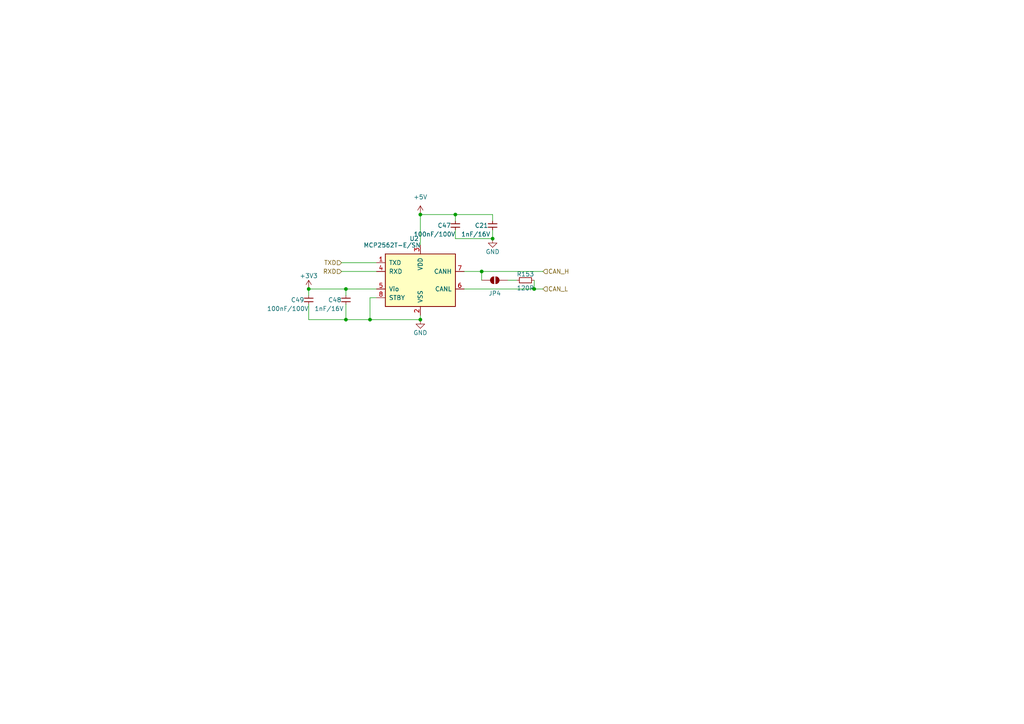
<source format=kicad_sch>
(kicad_sch
	(version 20231120)
	(generator "eeschema")
	(generator_version "8.0")
	(uuid "54d99f00-ccf1-47ca-82dc-6abcb3aa298d")
	(paper "A4")
	(title_block
		(date "2023-10-19")
		(rev "V0.1")
		(company "teTra")
	)
	(lib_symbols
		(symbol "Library:+3.3V-power-BMS-Master-rescue"
			(power)
			(pin_names
				(offset 0)
			)
			(exclude_from_sim no)
			(in_bom yes)
			(on_board yes)
			(property "Reference" "#PWR"
				(at 0 -3.81 0)
				(effects
					(font
						(size 1.27 1.27)
					)
					(hide yes)
				)
			)
			(property "Value" "+3.3V-power-BMS-Master-rescue"
				(at 0 3.556 0)
				(effects
					(font
						(size 1.27 1.27)
					)
				)
			)
			(property "Footprint" ""
				(at 0 0 0)
				(effects
					(font
						(size 1.27 1.27)
					)
					(hide yes)
				)
			)
			(property "Datasheet" ""
				(at 0 0 0)
				(effects
					(font
						(size 1.27 1.27)
					)
					(hide yes)
				)
			)
			(property "Description" ""
				(at 0 0 0)
				(effects
					(font
						(size 1.27 1.27)
					)
					(hide yes)
				)
			)
			(symbol "+3.3V-power-BMS-Master-rescue_0_1"
				(polyline
					(pts
						(xy -0.762 1.27) (xy 0 2.54)
					)
					(stroke
						(width 0)
						(type solid)
					)
					(fill
						(type none)
					)
				)
				(polyline
					(pts
						(xy 0 0) (xy 0 2.54)
					)
					(stroke
						(width 0)
						(type solid)
					)
					(fill
						(type none)
					)
				)
				(polyline
					(pts
						(xy 0 2.54) (xy 0.762 1.27)
					)
					(stroke
						(width 0)
						(type solid)
					)
					(fill
						(type none)
					)
				)
			)
			(symbol "+3.3V-power-BMS-Master-rescue_1_1"
				(pin power_in line
					(at 0 0 90)
					(length 0) hide
					(name "+3V3"
						(effects
							(font
								(size 1.27 1.27)
							)
						)
					)
					(number "1"
						(effects
							(font
								(size 1.27 1.27)
							)
						)
					)
				)
			)
		)
		(symbol "Library:+5V"
			(power)
			(pin_names
				(offset 0)
			)
			(exclude_from_sim no)
			(in_bom yes)
			(on_board yes)
			(property "Reference" "#PWR"
				(at 0 -3.81 0)
				(effects
					(font
						(size 1.27 1.27)
					)
					(hide yes)
				)
			)
			(property "Value" "+5V"
				(at 0 3.556 0)
				(effects
					(font
						(size 1.27 1.27)
					)
				)
			)
			(property "Footprint" ""
				(at 0 0 0)
				(effects
					(font
						(size 1.27 1.27)
					)
					(hide yes)
				)
			)
			(property "Datasheet" ""
				(at 0 0 0)
				(effects
					(font
						(size 1.27 1.27)
					)
					(hide yes)
				)
			)
			(property "Description" "Power symbol creates a global label with name \"+5V\""
				(at 0 0 0)
				(effects
					(font
						(size 1.27 1.27)
					)
					(hide yes)
				)
			)
			(property "ki_keywords" "global power"
				(at 0 0 0)
				(effects
					(font
						(size 1.27 1.27)
					)
					(hide yes)
				)
			)
			(symbol "+5V_0_1"
				(polyline
					(pts
						(xy -0.762 1.27) (xy 0 2.54)
					)
					(stroke
						(width 0)
						(type default)
					)
					(fill
						(type none)
					)
				)
				(polyline
					(pts
						(xy 0 0) (xy 0 2.54)
					)
					(stroke
						(width 0)
						(type default)
					)
					(fill
						(type none)
					)
				)
				(polyline
					(pts
						(xy 0 2.54) (xy 0.762 1.27)
					)
					(stroke
						(width 0)
						(type default)
					)
					(fill
						(type none)
					)
				)
			)
			(symbol "+5V_1_1"
				(pin power_in line
					(at 0 0 90)
					(length 0) hide
					(name "+5V"
						(effects
							(font
								(size 1.27 1.27)
							)
						)
					)
					(number "1"
						(effects
							(font
								(size 1.27 1.27)
							)
						)
					)
				)
			)
		)
		(symbol "Library:C"
			(pin_numbers hide)
			(pin_names
				(offset 0.254)
			)
			(exclude_from_sim no)
			(in_bom yes)
			(on_board yes)
			(property "Reference" "C"
				(at 0.635 2.54 0)
				(effects
					(font
						(size 1.27 1.27)
					)
					(justify left)
				)
			)
			(property "Value" "C"
				(at 0.635 -2.54 0)
				(effects
					(font
						(size 1.27 1.27)
					)
					(justify left)
				)
			)
			(property "Footprint" ""
				(at 0.9652 -3.81 0)
				(effects
					(font
						(size 1.27 1.27)
					)
					(hide yes)
				)
			)
			(property "Datasheet" "~"
				(at 0 0 0)
				(effects
					(font
						(size 1.27 1.27)
					)
					(hide yes)
				)
			)
			(property "Description" "Unpolarized capacitor"
				(at 0 0 0)
				(effects
					(font
						(size 1.27 1.27)
					)
					(hide yes)
				)
			)
			(property "ki_keywords" "cap capacitor"
				(at 0 0 0)
				(effects
					(font
						(size 1.27 1.27)
					)
					(hide yes)
				)
			)
			(property "ki_fp_filters" "C_*"
				(at 0 0 0)
				(effects
					(font
						(size 1.27 1.27)
					)
					(hide yes)
				)
			)
			(symbol "C_1_1"
				(polyline
					(pts
						(xy -1.27 -0.508) (xy 1.27 -0.508)
					)
					(stroke
						(width 0.254)
						(type default)
					)
					(fill
						(type none)
					)
				)
				(polyline
					(pts
						(xy -1.27 0.508) (xy 1.27 0.508)
					)
					(stroke
						(width 0.254)
						(type default)
					)
					(fill
						(type none)
					)
				)
				(pin passive line
					(at 0 1.27 270)
					(length 0.762)
					(name "~"
						(effects
							(font
								(size 1.27 1.27)
							)
						)
					)
					(number "1"
						(effects
							(font
								(size 1.27 1.27)
							)
						)
					)
				)
				(pin passive line
					(at 0 -1.27 90)
					(length 0.762)
					(name "~"
						(effects
							(font
								(size 1.27 1.27)
							)
						)
					)
					(number "2"
						(effects
							(font
								(size 1.27 1.27)
							)
						)
					)
				)
			)
		)
		(symbol "Library:GND"
			(power)
			(pin_names
				(offset 0)
			)
			(exclude_from_sim no)
			(in_bom yes)
			(on_board yes)
			(property "Reference" "#PWR"
				(at 0 -6.35 0)
				(effects
					(font
						(size 1.27 1.27)
					)
					(hide yes)
				)
			)
			(property "Value" "GND"
				(at 0 -3.81 0)
				(effects
					(font
						(size 1.27 1.27)
					)
				)
			)
			(property "Footprint" ""
				(at 0 0 0)
				(effects
					(font
						(size 1.27 1.27)
					)
					(hide yes)
				)
			)
			(property "Datasheet" ""
				(at 0 0 0)
				(effects
					(font
						(size 1.27 1.27)
					)
					(hide yes)
				)
			)
			(property "Description" "Power symbol creates a global label with name \"GND\" , ground"
				(at 0 0 0)
				(effects
					(font
						(size 1.27 1.27)
					)
					(hide yes)
				)
			)
			(property "ki_keywords" "global power"
				(at 0 0 0)
				(effects
					(font
						(size 1.27 1.27)
					)
					(hide yes)
				)
			)
			(symbol "GND_0_1"
				(polyline
					(pts
						(xy 0 0) (xy 0 -1.27) (xy 1.27 -1.27) (xy 0 -2.54) (xy -1.27 -1.27) (xy 0 -1.27)
					)
					(stroke
						(width 0)
						(type default)
					)
					(fill
						(type none)
					)
				)
			)
			(symbol "GND_1_1"
				(pin power_in line
					(at 0 0 270)
					(length 0) hide
					(name "GND"
						(effects
							(font
								(size 1.27 1.27)
							)
						)
					)
					(number "1"
						(effects
							(font
								(size 1.27 1.27)
							)
						)
					)
				)
			)
		)
		(symbol "Library:MCP2562-E-SN"
			(pin_names
				(offset 1.016)
			)
			(exclude_from_sim no)
			(in_bom yes)
			(on_board yes)
			(property "Reference" "U"
				(at -10.16 8.89 0)
				(effects
					(font
						(size 1.27 1.27)
					)
					(justify left)
				)
			)
			(property "Value" "MCP2562-E-SN"
				(at 2.54 8.89 0)
				(effects
					(font
						(size 1.27 1.27)
					)
					(justify left)
				)
			)
			(property "Footprint" "Package_SO:SOIC-8_3.9x4.9mm_P1.27mm"
				(at 0 -12.7 0)
				(effects
					(font
						(size 1.27 1.27)
						(italic yes)
					)
					(hide yes)
				)
			)
			(property "Datasheet" "http://ww1.microchip.com/downloads/en/DeviceDoc/25167A.pdf"
				(at 0 0 0)
				(effects
					(font
						(size 1.27 1.27)
					)
					(hide yes)
				)
			)
			(property "Description" "High-Speed CAN Transceiver, 1Mbps, 5V supply, Vio pin, -40C to +125C, SOIC-8"
				(at 0 0 0)
				(effects
					(font
						(size 1.27 1.27)
					)
					(hide yes)
				)
			)
			(property "ki_keywords" "High-Speed CAN Transceiver"
				(at 0 0 0)
				(effects
					(font
						(size 1.27 1.27)
					)
					(hide yes)
				)
			)
			(property "ki_fp_filters" "SOIC*3.9x4.9mm*P1.27mm*"
				(at 0 0 0)
				(effects
					(font
						(size 1.27 1.27)
					)
					(hide yes)
				)
			)
			(symbol "MCP2562-E-SN_0_1"
				(rectangle
					(start -10.16 7.62)
					(end 10.16 -7.62)
					(stroke
						(width 0.254)
						(type default)
					)
					(fill
						(type background)
					)
				)
			)
			(symbol "MCP2562-E-SN_1_1"
				(pin input line
					(at -12.7 5.08 0)
					(length 2.54)
					(name "TXD"
						(effects
							(font
								(size 1.27 1.27)
							)
						)
					)
					(number "1"
						(effects
							(font
								(size 1.27 1.27)
							)
						)
					)
				)
				(pin power_in line
					(at 0 -10.16 90)
					(length 2.54)
					(name "VSS"
						(effects
							(font
								(size 1.27 1.27)
							)
						)
					)
					(number "2"
						(effects
							(font
								(size 1.27 1.27)
							)
						)
					)
				)
				(pin power_in line
					(at 0 10.16 270)
					(length 2.54)
					(name "VDD"
						(effects
							(font
								(size 1.27 1.27)
							)
						)
					)
					(number "3"
						(effects
							(font
								(size 1.27 1.27)
							)
						)
					)
				)
				(pin output line
					(at -12.7 2.54 0)
					(length 2.54)
					(name "RXD"
						(effects
							(font
								(size 1.27 1.27)
							)
						)
					)
					(number "4"
						(effects
							(font
								(size 1.27 1.27)
							)
						)
					)
				)
				(pin power_in line
					(at -12.7 -2.54 0)
					(length 2.54)
					(name "Vio"
						(effects
							(font
								(size 1.27 1.27)
							)
						)
					)
					(number "5"
						(effects
							(font
								(size 1.27 1.27)
							)
						)
					)
				)
				(pin bidirectional line
					(at 12.7 -2.54 180)
					(length 2.54)
					(name "CANL"
						(effects
							(font
								(size 1.27 1.27)
							)
						)
					)
					(number "6"
						(effects
							(font
								(size 1.27 1.27)
							)
						)
					)
				)
				(pin bidirectional line
					(at 12.7 2.54 180)
					(length 2.54)
					(name "CANH"
						(effects
							(font
								(size 1.27 1.27)
							)
						)
					)
					(number "7"
						(effects
							(font
								(size 1.27 1.27)
							)
						)
					)
				)
				(pin input line
					(at -12.7 -5.08 0)
					(length 2.54)
					(name "STBY"
						(effects
							(font
								(size 1.27 1.27)
							)
						)
					)
					(number "8"
						(effects
							(font
								(size 1.27 1.27)
							)
						)
					)
				)
			)
		)
		(symbol "Library:R_Small"
			(pin_numbers hide)
			(pin_names
				(offset 0.254) hide)
			(exclude_from_sim no)
			(in_bom yes)
			(on_board yes)
			(property "Reference" "R"
				(at 0.762 0.508 0)
				(effects
					(font
						(size 1.27 1.27)
					)
					(justify left)
				)
			)
			(property "Value" "R_Small"
				(at 0.762 -1.016 0)
				(effects
					(font
						(size 1.27 1.27)
					)
					(justify left)
				)
			)
			(property "Footprint" ""
				(at 0 0 0)
				(effects
					(font
						(size 1.27 1.27)
					)
					(hide yes)
				)
			)
			(property "Datasheet" "~"
				(at 0 0 0)
				(effects
					(font
						(size 1.27 1.27)
					)
					(hide yes)
				)
			)
			(property "Description" "Resistor, small symbol"
				(at 0 0 0)
				(effects
					(font
						(size 1.27 1.27)
					)
					(hide yes)
				)
			)
			(property "ki_keywords" "R resistor"
				(at 0 0 0)
				(effects
					(font
						(size 1.27 1.27)
					)
					(hide yes)
				)
			)
			(property "ki_fp_filters" "R_*"
				(at 0 0 0)
				(effects
					(font
						(size 1.27 1.27)
					)
					(hide yes)
				)
			)
			(symbol "R_Small_0_1"
				(rectangle
					(start -0.762 1.778)
					(end 0.762 -1.778)
					(stroke
						(width 0.2032)
						(type default)
					)
					(fill
						(type none)
					)
				)
			)
			(symbol "R_Small_1_1"
				(pin passive line
					(at 0 2.54 270)
					(length 0.762)
					(name "~"
						(effects
							(font
								(size 1.27 1.27)
							)
						)
					)
					(number "1"
						(effects
							(font
								(size 1.27 1.27)
							)
						)
					)
				)
				(pin passive line
					(at 0 -2.54 90)
					(length 0.762)
					(name "~"
						(effects
							(font
								(size 1.27 1.27)
							)
						)
					)
					(number "2"
						(effects
							(font
								(size 1.27 1.27)
							)
						)
					)
				)
			)
		)
		(symbol "Library:SolderJumper_2_Open"
			(pin_numbers hide)
			(pin_names
				(offset 0) hide)
			(exclude_from_sim yes)
			(in_bom no)
			(on_board yes)
			(property "Reference" "JP"
				(at 0 2.032 0)
				(effects
					(font
						(size 1.27 1.27)
					)
				)
			)
			(property "Value" "SolderJumper_2_Open"
				(at 0 -2.54 0)
				(effects
					(font
						(size 1.27 1.27)
					)
				)
			)
			(property "Footprint" ""
				(at 0 0 0)
				(effects
					(font
						(size 1.27 1.27)
					)
					(hide yes)
				)
			)
			(property "Datasheet" "~"
				(at 0 0 0)
				(effects
					(font
						(size 1.27 1.27)
					)
					(hide yes)
				)
			)
			(property "Description" "Solder Jumper, 2-pole, open"
				(at 0 0 0)
				(effects
					(font
						(size 1.27 1.27)
					)
					(hide yes)
				)
			)
			(property "ki_keywords" "solder jumper SPST"
				(at 0 0 0)
				(effects
					(font
						(size 1.27 1.27)
					)
					(hide yes)
				)
			)
			(property "ki_fp_filters" "SolderJumper*Open*"
				(at 0 0 0)
				(effects
					(font
						(size 1.27 1.27)
					)
					(hide yes)
				)
			)
			(symbol "SolderJumper_2_Open_0_1"
				(arc
					(start -0.254 1.016)
					(mid -1.2656 0)
					(end -0.254 -1.016)
					(stroke
						(width 0)
						(type default)
					)
					(fill
						(type none)
					)
				)
				(arc
					(start -0.254 1.016)
					(mid -1.2656 0)
					(end -0.254 -1.016)
					(stroke
						(width 0)
						(type default)
					)
					(fill
						(type outline)
					)
				)
				(polyline
					(pts
						(xy -0.254 1.016) (xy -0.254 -1.016)
					)
					(stroke
						(width 0)
						(type default)
					)
					(fill
						(type none)
					)
				)
				(polyline
					(pts
						(xy 0.254 1.016) (xy 0.254 -1.016)
					)
					(stroke
						(width 0)
						(type default)
					)
					(fill
						(type none)
					)
				)
				(arc
					(start 0.254 -1.016)
					(mid 1.2656 0)
					(end 0.254 1.016)
					(stroke
						(width 0)
						(type default)
					)
					(fill
						(type none)
					)
				)
				(arc
					(start 0.254 -1.016)
					(mid 1.2656 0)
					(end 0.254 1.016)
					(stroke
						(width 0)
						(type default)
					)
					(fill
						(type outline)
					)
				)
			)
			(symbol "SolderJumper_2_Open_1_1"
				(pin passive line
					(at -3.81 0 0)
					(length 2.54)
					(name "A"
						(effects
							(font
								(size 1.27 1.27)
							)
						)
					)
					(number "1"
						(effects
							(font
								(size 1.27 1.27)
							)
						)
					)
				)
				(pin passive line
					(at 3.81 0 180)
					(length 2.54)
					(name "B"
						(effects
							(font
								(size 1.27 1.27)
							)
						)
					)
					(number "2"
						(effects
							(font
								(size 1.27 1.27)
							)
						)
					)
				)
			)
		)
	)
	(junction
		(at 121.92 62.23)
		(diameter 0)
		(color 0 0 0 0)
		(uuid "1c421020-6033-4f9b-aab8-ae1c32aeb0fe")
	)
	(junction
		(at 139.7 78.74)
		(diameter 0)
		(color 0 0 0 0)
		(uuid "1d35e5d8-7dea-4c57-be31-34163705c004")
	)
	(junction
		(at 100.33 92.71)
		(diameter 0)
		(color 0 0 0 0)
		(uuid "40e55297-1daf-49bc-b8d7-968eab10101e")
	)
	(junction
		(at 89.535 83.82)
		(diameter 0)
		(color 0 0 0 0)
		(uuid "54724f71-cc42-4606-a2eb-603512af6e80")
	)
	(junction
		(at 154.94 83.82)
		(diameter 0)
		(color 0 0 0 0)
		(uuid "5640f3f7-aa84-4f3d-9ad5-c6b1ae424e4b")
	)
	(junction
		(at 100.33 83.82)
		(diameter 0)
		(color 0 0 0 0)
		(uuid "6890b815-cc35-452a-8910-5cf8b14e86f5")
	)
	(junction
		(at 132.08 62.23)
		(diameter 0)
		(color 0 0 0 0)
		(uuid "71bfcb57-1765-46e9-bde1-b00de8b2aac8")
	)
	(junction
		(at 107.315 92.71)
		(diameter 0)
		(color 0 0 0 0)
		(uuid "94abd6c5-676d-4953-8d5a-19bc8e3313b1")
	)
	(junction
		(at 121.92 92.71)
		(diameter 0)
		(color 0 0 0 0)
		(uuid "a51358e7-15da-4f04-a6a1-756aa6f13fda")
	)
	(junction
		(at 142.875 69.215)
		(diameter 0)
		(color 0 0 0 0)
		(uuid "fc36f5b7-9974-4985-926e-1660941963fa")
	)
	(wire
		(pts
			(xy 107.315 86.36) (xy 109.22 86.36)
		)
		(stroke
			(width 0)
			(type default)
		)
		(uuid "026b7e80-1e36-45a4-8075-9a3d9c815e83")
	)
	(wire
		(pts
			(xy 139.7 78.74) (xy 157.48 78.74)
		)
		(stroke
			(width 0)
			(type default)
		)
		(uuid "082e3eca-19e8-4d05-bb5e-ab57bb6001df")
	)
	(wire
		(pts
			(xy 121.92 91.44) (xy 121.92 92.71)
		)
		(stroke
			(width 0)
			(type default)
		)
		(uuid "1a3d97fa-3ad6-4258-a6f4-9672109b51a4")
	)
	(wire
		(pts
			(xy 121.92 62.23) (xy 121.92 71.12)
		)
		(stroke
			(width 0)
			(type default)
		)
		(uuid "1ee51ec2-13fb-4fcf-9edf-76d9f7f83218")
	)
	(wire
		(pts
			(xy 142.875 69.215) (xy 132.08 69.215)
		)
		(stroke
			(width 0)
			(type default)
		)
		(uuid "2b2a7f3f-b2a2-44de-bc9a-aab47da6bd48")
	)
	(wire
		(pts
			(xy 99.06 78.74) (xy 109.22 78.74)
		)
		(stroke
			(width 0)
			(type default)
		)
		(uuid "3af54e30-7acf-4aeb-8e93-29ac7650fbad")
	)
	(wire
		(pts
			(xy 89.535 83.82) (xy 89.535 85.725)
		)
		(stroke
			(width 0)
			(type default)
		)
		(uuid "4a79fd32-df28-417d-87c8-2e1af6181a74")
	)
	(wire
		(pts
			(xy 149.86 81.28) (xy 147.32 81.28)
		)
		(stroke
			(width 0)
			(type default)
		)
		(uuid "4fac883a-25e3-47f7-8154-52bc61356bfa")
	)
	(wire
		(pts
			(xy 100.33 88.265) (xy 100.33 92.71)
		)
		(stroke
			(width 0)
			(type default)
		)
		(uuid "529bb3f3-20ff-4741-a486-b55cdf9648d4")
	)
	(wire
		(pts
			(xy 154.94 83.82) (xy 157.48 83.82)
		)
		(stroke
			(width 0)
			(type default)
		)
		(uuid "615aebec-ec12-4f72-9986-33d7812fcb97")
	)
	(wire
		(pts
			(xy 134.62 83.82) (xy 154.94 83.82)
		)
		(stroke
			(width 0)
			(type default)
		)
		(uuid "79be0584-7945-45f7-869f-18fdcaecbe10")
	)
	(wire
		(pts
			(xy 132.08 62.23) (xy 142.875 62.23)
		)
		(stroke
			(width 0)
			(type default)
		)
		(uuid "892e10ba-5f29-4dfc-952c-0a9c2dc2cc8f")
	)
	(wire
		(pts
			(xy 132.08 66.675) (xy 132.08 69.215)
		)
		(stroke
			(width 0)
			(type default)
		)
		(uuid "89c1a1cb-3e52-44be-a817-fd14b5cc34d1")
	)
	(wire
		(pts
			(xy 89.535 88.265) (xy 89.535 92.71)
		)
		(stroke
			(width 0)
			(type default)
		)
		(uuid "8b112ac2-e2a7-4403-9609-37d63dc13bdb")
	)
	(wire
		(pts
			(xy 100.33 83.82) (xy 89.535 83.82)
		)
		(stroke
			(width 0)
			(type default)
		)
		(uuid "8f036303-ae37-42d6-81f0-342a990770ec")
	)
	(wire
		(pts
			(xy 142.875 62.23) (xy 142.875 64.135)
		)
		(stroke
			(width 0)
			(type default)
		)
		(uuid "9e3e3ffb-81d3-42da-a2e5-6988c8fa62ae")
	)
	(wire
		(pts
			(xy 142.875 66.675) (xy 142.875 69.215)
		)
		(stroke
			(width 0)
			(type default)
		)
		(uuid "aaba4532-f2f9-48ce-8f02-6968c156d9eb")
	)
	(wire
		(pts
			(xy 139.7 78.74) (xy 139.7 81.28)
		)
		(stroke
			(width 0)
			(type default)
		)
		(uuid "b516f2ef-d004-4cda-ad34-d69c245a0d56")
	)
	(wire
		(pts
			(xy 100.33 83.82) (xy 100.33 85.725)
		)
		(stroke
			(width 0)
			(type default)
		)
		(uuid "b683a242-f0c7-4821-9b5a-1a7a4a6c0839")
	)
	(wire
		(pts
			(xy 121.92 92.71) (xy 107.315 92.71)
		)
		(stroke
			(width 0)
			(type default)
		)
		(uuid "b8e5e96a-2981-42de-b4b5-ddd339cebe0c")
	)
	(wire
		(pts
			(xy 132.08 62.23) (xy 132.08 64.135)
		)
		(stroke
			(width 0)
			(type default)
		)
		(uuid "b9d9e8bc-1749-471f-8946-6598911455e8")
	)
	(wire
		(pts
			(xy 107.315 92.71) (xy 107.315 86.36)
		)
		(stroke
			(width 0)
			(type default)
		)
		(uuid "ce78b296-a918-4232-844e-93afd6c22ee8")
	)
	(wire
		(pts
			(xy 154.94 81.28) (xy 154.94 83.82)
		)
		(stroke
			(width 0)
			(type default)
		)
		(uuid "dca675d9-385f-4f31-bb6b-2777b68ba8e5")
	)
	(wire
		(pts
			(xy 109.22 83.82) (xy 100.33 83.82)
		)
		(stroke
			(width 0)
			(type default)
		)
		(uuid "e3b6a918-c296-4f75-a4ae-df81111644af")
	)
	(wire
		(pts
			(xy 100.33 92.71) (xy 89.535 92.71)
		)
		(stroke
			(width 0)
			(type default)
		)
		(uuid "e4a5e54c-f8f1-4109-869d-56f3ffe7a1b1")
	)
	(wire
		(pts
			(xy 99.06 76.2) (xy 109.22 76.2)
		)
		(stroke
			(width 0)
			(type default)
		)
		(uuid "f2e1cb35-95d1-46db-81df-9f104d04fa3e")
	)
	(wire
		(pts
			(xy 134.62 78.74) (xy 139.7 78.74)
		)
		(stroke
			(width 0)
			(type default)
		)
		(uuid "fe814c8d-9f25-4b19-9953-255906d71270")
	)
	(wire
		(pts
			(xy 132.08 62.23) (xy 121.92 62.23)
		)
		(stroke
			(width 0)
			(type default)
		)
		(uuid "fe85bd18-138f-4846-8ebd-486887c34ece")
	)
	(wire
		(pts
			(xy 107.315 92.71) (xy 100.33 92.71)
		)
		(stroke
			(width 0)
			(type default)
		)
		(uuid "fe87ab5d-d443-45f0-aea2-f46940b86f85")
	)
	(hierarchical_label "CAN_L"
		(shape input)
		(at 157.48 83.82 0)
		(fields_autoplaced yes)
		(effects
			(font
				(size 1.27 1.27)
			)
			(justify left)
		)
		(uuid "0e5e15da-3a3c-4b52-b44a-57f98ff1ef10")
	)
	(hierarchical_label "TXD"
		(shape input)
		(at 99.06 76.2 180)
		(fields_autoplaced yes)
		(effects
			(font
				(size 1.27 1.27)
			)
			(justify right)
		)
		(uuid "7c0387b3-89d0-4b93-b2fb-49bdf0f7841d")
	)
	(hierarchical_label "RXD"
		(shape input)
		(at 99.06 78.74 180)
		(fields_autoplaced yes)
		(effects
			(font
				(size 1.27 1.27)
			)
			(justify right)
		)
		(uuid "a5fd9fea-723e-45e0-9dc5-80081d303642")
	)
	(hierarchical_label "CAN_H"
		(shape input)
		(at 157.48 78.74 0)
		(fields_autoplaced yes)
		(effects
			(font
				(size 1.27 1.27)
			)
			(justify left)
		)
		(uuid "c72db354-e051-4e22-8f89-5e7bff2abdc5")
	)
	(symbol
		(lib_id "Library:GND")
		(at 121.92 92.71 0)
		(mirror y)
		(unit 1)
		(exclude_from_sim no)
		(in_bom yes)
		(on_board yes)
		(dnp no)
		(uuid "04a872f1-1059-4f5a-93ba-a5baa4810dce")
		(property "Reference" "#PWR063"
			(at 121.92 99.06 0)
			(effects
				(font
					(size 1.27 1.27)
				)
				(hide yes)
			)
		)
		(property "Value" "GND"
			(at 121.92 96.52 0)
			(effects
				(font
					(size 1.27 1.27)
				)
			)
		)
		(property "Footprint" ""
			(at 121.92 92.71 0)
			(effects
				(font
					(size 1.27 1.27)
				)
				(hide yes)
			)
		)
		(property "Datasheet" ""
			(at 121.92 92.71 0)
			(effects
				(font
					(size 1.27 1.27)
				)
				(hide yes)
			)
		)
		(property "Description" ""
			(at 121.92 92.71 0)
			(effects
				(font
					(size 1.27 1.27)
				)
				(hide yes)
			)
		)
		(pin "1"
			(uuid "19e1dce7-20fe-457e-ace9-3c3eceec2e22")
		)
		(instances
			(project "LTC6811_ESP32_V5"
				(path "/6a86ff6f-b159-4c4c-8a40-e732cc82e010/00000000-0000-0000-0000-00005a91e16c"
					(reference "#PWR063")
					(unit 1)
				)
			)
		)
	)
	(symbol
		(lib_id "Library:+5V")
		(at 121.92 62.23 0)
		(mirror y)
		(unit 1)
		(exclude_from_sim no)
		(in_bom yes)
		(on_board yes)
		(dnp no)
		(fields_autoplaced yes)
		(uuid "06d099da-fc10-4f20-ba29-419d1cf00acf")
		(property "Reference" "#PWR013"
			(at 121.92 66.04 0)
			(effects
				(font
					(size 1.27 1.27)
				)
				(hide yes)
			)
		)
		(property "Value" "+5V"
			(at 121.92 57.15 0)
			(effects
				(font
					(size 1.27 1.27)
				)
			)
		)
		(property "Footprint" ""
			(at 121.92 62.23 0)
			(effects
				(font
					(size 1.27 1.27)
				)
				(hide yes)
			)
		)
		(property "Datasheet" ""
			(at 121.92 62.23 0)
			(effects
				(font
					(size 1.27 1.27)
				)
				(hide yes)
			)
		)
		(property "Description" ""
			(at 121.92 62.23 0)
			(effects
				(font
					(size 1.27 1.27)
				)
				(hide yes)
			)
		)
		(pin "1"
			(uuid "ba384a6f-608f-4e1d-8f08-ab9b8eea05f4")
		)
		(instances
			(project "LTC6811_ESP32_V5"
				(path "/6a86ff6f-b159-4c4c-8a40-e732cc82e010/00000000-0000-0000-0000-00005a91e16c"
					(reference "#PWR013")
					(unit 1)
				)
			)
		)
	)
	(symbol
		(lib_id "Library:R_Small")
		(at 152.4 81.28 270)
		(unit 1)
		(exclude_from_sim no)
		(in_bom yes)
		(on_board yes)
		(dnp no)
		(uuid "0b6fb84d-f4fb-47b1-aa94-ae960f5916ac")
		(property "Reference" "R153"
			(at 152.4 79.502 90)
			(effects
				(font
					(size 1.27 1.27)
				)
			)
		)
		(property "Value" "120R"
			(at 152.4 83.566 90)
			(effects
				(font
					(size 1.27 1.27)
				)
			)
		)
		(property "Footprint" "Resistor_SMD:R_0603_1608Metric"
			(at 152.4 79.502 90)
			(effects
				(font
					(size 1.27 1.27)
				)
				(hide yes)
			)
		)
		(property "Datasheet" "https://www.yageo.com/upload/media/product/app/datasheet/rchip/pyu-rc_group_51_rohs_l.pdf"
			(at 152.4 81.28 0)
			(effects
				(font
					(size 1.27 1.27)
				)
				(hide yes)
			)
		)
		(property "Description" "120 Ohms ±5% 0.1W, 1/10W Chip Resistor 0603 (1608 Metric) Moisture Resistant Thick Film"
			(at 152.4 81.28 0)
			(effects
				(font
					(size 1.27 1.27)
				)
				(hide yes)
			)
		)
		(property "MPN" "RC0603JR-07120RL"
			(at 152.4 81.28 0)
			(effects
				(font
					(size 1.27 1.27)
				)
				(hide yes)
			)
		)
		(property "Link" "https://www.digikey.jp/en/products/detail/yageo/RC0603JR-07120RL/726706"
			(at 152.4 81.28 0)
			(effects
				(font
					(size 1.27 1.27)
				)
				(hide yes)
			)
		)
		(pin "1"
			(uuid "2a05887c-93cc-41f8-be8e-4b75ccebbc67")
		)
		(pin "2"
			(uuid "618de080-1686-4854-873f-41406e2eabd1")
		)
		(instances
			(project "LTC6811_ESP32_V4"
				(path "/6a86ff6f-b159-4c4c-8a40-e732cc82e010/00000000-0000-0000-0000-00005a91e16c"
					(reference "R153")
					(unit 1)
				)
			)
		)
	)
	(symbol
		(lib_id "Library:C")
		(at 132.08 65.405 0)
		(mirror y)
		(unit 1)
		(exclude_from_sim no)
		(in_bom yes)
		(on_board yes)
		(dnp no)
		(uuid "1e786ef1-745a-41ce-9540-fd639562af4b")
		(property "Reference" "C47"
			(at 130.81 65.405 0)
			(effects
				(font
					(size 1.27 1.27)
				)
				(justify left)
			)
		)
		(property "Value" "100nF/100V"
			(at 132.08 67.945 0)
			(effects
				(font
					(size 1.27 1.27)
				)
				(justify left)
			)
		)
		(property "Footprint" "Capacitor_SMD:C_0603_1608Metric"
			(at 131.1148 69.215 0)
			(effects
				(font
					(size 1.27 1.27)
				)
				(hide yes)
			)
		)
		(property "Datasheet" "https://www.digikey.jp/en/products/detail/samsung-electro-mechanics/CL10B104KC8NNNC/5961291?s=N4IgTCBcDaIMIBkCMAGAQqgLAaTgDgDki4AdEkAXQF8g"
			(at 132.08 65.405 0)
			(effects
				(font
					(size 1.27 1.27)
				)
				(hide yes)
			)
		)
		(property "Description" "0.1 µF ±10% 100V Ceramic Capacitor X7R 0603 (1608 Metric)"
			(at 132.08 65.405 0)
			(effects
				(font
					(size 1.27 1.27)
				)
				(hide yes)
			)
		)
		(property "MPN" "CL10B104KC8NNNC"
			(at 132.08 65.405 0)
			(effects
				(font
					(size 1.27 1.27)
				)
				(hide yes)
			)
		)
		(property "Link" "https://www.digikey.jp/en/products/detail/samsung-electro-mechanics/CL10B104KC8NNNC/5961291?s=N4IgTCBcDaIMIBkCMAGAQqgLAaTgDgDki4QBdAXyA"
			(at 132.08 65.405 0)
			(effects
				(font
					(size 1.27 1.27)
				)
				(hide yes)
			)
		)
		(pin "1"
			(uuid "b82d8096-fb86-4b4d-bed7-b3a363c47c22")
		)
		(pin "2"
			(uuid "ca6afdd7-1b3c-4458-b58e-638d9a220dc7")
		)
		(instances
			(project "LTC6811_ESP32_V5"
				(path "/6a86ff6f-b159-4c4c-8a40-e732cc82e010/00000000-0000-0000-0000-00005a91e16c"
					(reference "C47")
					(unit 1)
				)
			)
		)
	)
	(symbol
		(lib_id "Library:C")
		(at 100.33 86.995 0)
		(mirror y)
		(unit 1)
		(exclude_from_sim no)
		(in_bom yes)
		(on_board yes)
		(dnp no)
		(uuid "29b0af52-5f08-45ad-b3fd-eef1f0c5b4b9")
		(property "Reference" "C48"
			(at 99.06 86.995 0)
			(effects
				(font
					(size 1.27 1.27)
				)
				(justify left)
			)
		)
		(property "Value" "1nF/16V"
			(at 99.695 89.535 0)
			(effects
				(font
					(size 1.27 1.27)
				)
				(justify left)
			)
		)
		(property "Footprint" "Capacitor_SMD:C_0603_1608Metric"
			(at 99.3648 90.805 0)
			(effects
				(font
					(size 1.27 1.27)
				)
				(hide yes)
			)
		)
		(property "Datasheet" "https://connect.kemet.com:7667/gateway/IntelliData-ComponentDocumentation/1.0/download/datasheet/C0603C102K4RECAUTO"
			(at 100.33 86.995 0)
			(effects
				(font
					(size 1.27 1.27)
				)
				(hide yes)
			)
		)
		(property "Description" "1000 pF ±10% 16V Ceramic Capacitor X7R 0603 (1608 Metric)"
			(at 100.33 86.995 0)
			(effects
				(font
					(size 1.27 1.27)
				)
				(hide yes)
			)
		)
		(property "MPN" "C0603C102K4RECAUTO"
			(at 100.33 86.995 0)
			(effects
				(font
					(size 1.27 1.27)
				)
				(hide yes)
			)
		)
		(property "Link" "https://www.digikey.jp/en/products/detail/kemet/C0603C102K4RECAUTO/8640472"
			(at 100.33 86.995 0)
			(effects
				(font
					(size 1.27 1.27)
				)
				(hide yes)
			)
		)
		(pin "1"
			(uuid "67892c94-ca5b-4611-b871-d3c5d4a38dcd")
		)
		(pin "2"
			(uuid "689934b8-bf01-4467-b165-7bb844a26e9a")
		)
		(instances
			(project "LTC6811_ESP32_V5"
				(path "/6a86ff6f-b159-4c4c-8a40-e732cc82e010/00000000-0000-0000-0000-00005a91e16c"
					(reference "C48")
					(unit 1)
				)
			)
		)
	)
	(symbol
		(lib_id "Library:SolderJumper_2_Open")
		(at 143.51 81.28 0)
		(unit 1)
		(exclude_from_sim yes)
		(in_bom no)
		(on_board yes)
		(dnp no)
		(uuid "3b0bee31-2111-4717-8f40-33ea0861df9f")
		(property "Reference" "JP4"
			(at 143.51 85.09 0)
			(effects
				(font
					(size 1.27 1.27)
				)
			)
		)
		(property "Value" "SolderJumper_2_Open"
			(at 143.51 77.47 0)
			(effects
				(font
					(size 1.27 1.27)
				)
				(hide yes)
			)
		)
		(property "Footprint" "Jumper:SolderJumper-2_P1.3mm_Open_RoundedPad1.0x1.5mm"
			(at 143.51 81.28 0)
			(effects
				(font
					(size 1.27 1.27)
				)
				(hide yes)
			)
		)
		(property "Datasheet" "~"
			(at 143.51 81.28 0)
			(effects
				(font
					(size 1.27 1.27)
				)
				(hide yes)
			)
		)
		(property "Description" "Solder Jumper, 2-pole, open"
			(at 143.51 81.28 0)
			(effects
				(font
					(size 1.27 1.27)
				)
				(hide yes)
			)
		)
		(pin "2"
			(uuid "c99b46cc-0226-4276-9f78-b7d3625b4473")
		)
		(pin "1"
			(uuid "e07ff3ef-7b1e-4921-8294-1c665af359db")
		)
		(instances
			(project ""
				(path "/6a86ff6f-b159-4c4c-8a40-e732cc82e010/00000000-0000-0000-0000-00005a91e16c"
					(reference "JP4")
					(unit 1)
				)
			)
		)
	)
	(symbol
		(lib_id "Library:+3.3V-power-BMS-Master-rescue")
		(at 89.535 83.82 0)
		(mirror y)
		(unit 1)
		(exclude_from_sim no)
		(in_bom yes)
		(on_board yes)
		(dnp no)
		(uuid "8948ccb1-fbe6-441c-9d71-f566ffc90b0f")
		(property "Reference" "#PWR062"
			(at 89.535 87.63 0)
			(effects
				(font
					(size 1.27 1.27)
				)
				(hide yes)
			)
		)
		(property "Value" "+3V3"
			(at 89.535 80.01 0)
			(effects
				(font
					(size 1.27 1.27)
				)
			)
		)
		(property "Footprint" ""
			(at 89.535 83.82 0)
			(effects
				(font
					(size 1.27 1.27)
				)
				(hide yes)
			)
		)
		(property "Datasheet" ""
			(at 89.535 83.82 0)
			(effects
				(font
					(size 1.27 1.27)
				)
				(hide yes)
			)
		)
		(property "Description" ""
			(at 89.535 83.82 0)
			(effects
				(font
					(size 1.27 1.27)
				)
				(hide yes)
			)
		)
		(pin "1"
			(uuid "5a2fc240-509d-4c60-89be-b489595fe155")
		)
		(instances
			(project "LTC6811_ESP32_V5"
				(path "/6a86ff6f-b159-4c4c-8a40-e732cc82e010/00000000-0000-0000-0000-00005a91e16c"
					(reference "#PWR062")
					(unit 1)
				)
			)
		)
	)
	(symbol
		(lib_id "Library:MCP2562-E-SN")
		(at 121.92 81.28 0)
		(unit 1)
		(exclude_from_sim no)
		(in_bom yes)
		(on_board yes)
		(dnp no)
		(uuid "95c449ba-55ef-48ee-8a5b-db1007610847")
		(property "Reference" "U2"
			(at 118.745 69.215 0)
			(effects
				(font
					(size 1.27 1.27)
				)
				(justify left)
			)
		)
		(property "Value" "MCP2562T-E/SN"
			(at 105.41 71.12 0)
			(effects
				(font
					(size 1.27 1.27)
				)
				(justify left)
			)
		)
		(property "Footprint" "Package_SO:SOIC-8_3.9x4.9mm_P1.27mm"
			(at 121.92 93.98 0)
			(effects
				(font
					(size 1.27 1.27)
					(italic yes)
				)
				(hide yes)
			)
		)
		(property "Datasheet" "https://ww1.microchip.com/downloads/en/DeviceDoc/20005167C.pdf"
			(at 121.92 81.28 0)
			(effects
				(font
					(size 1.27 1.27)
				)
				(hide yes)
			)
		)
		(property "Description" "1/1 Transceiver Half CANbus 8-SOIC"
			(at 121.92 81.28 0)
			(effects
				(font
					(size 1.27 1.27)
				)
				(hide yes)
			)
		)
		(property "MPN" "MCP2562T-E/SN"
			(at 121.92 81.28 0)
			(effects
				(font
					(size 1.27 1.27)
				)
				(hide yes)
			)
		)
		(property "Link" "https://www.digikey.jp/en/products/detail/microchip-technology/MCP2562T-E-SN/4079891"
			(at 121.92 81.28 0)
			(effects
				(font
					(size 1.27 1.27)
				)
				(hide yes)
			)
		)
		(pin "1"
			(uuid "f3dd1e6e-0e04-490c-a137-b9bdbf638b30")
		)
		(pin "2"
			(uuid "9d72cfeb-1a8d-4cf8-ac17-3a2b102a6d7f")
		)
		(pin "3"
			(uuid "4bfaada9-04a4-4c21-afb6-ac990849c7fb")
		)
		(pin "4"
			(uuid "cc9c44d1-87ce-4ca0-96bf-2895d16e094a")
		)
		(pin "5"
			(uuid "53a819af-e195-4087-ac3b-420d7d5f198e")
		)
		(pin "6"
			(uuid "cff18de4-d42d-49db-831f-6217f446e663")
		)
		(pin "7"
			(uuid "f468db81-bbab-4a5f-b4fd-ea4b6e8bd50d")
		)
		(pin "8"
			(uuid "4d9d4356-accb-40e1-abc9-6f1da7830126")
		)
		(instances
			(project "LTC6811_ESP32_V5"
				(path "/6a86ff6f-b159-4c4c-8a40-e732cc82e010/00000000-0000-0000-0000-00005a91e16c"
					(reference "U2")
					(unit 1)
				)
			)
		)
	)
	(symbol
		(lib_id "Library:GND")
		(at 142.875 69.215 0)
		(unit 1)
		(exclude_from_sim no)
		(in_bom yes)
		(on_board yes)
		(dnp no)
		(uuid "a912aa8e-4ea7-43be-b7a4-60e714ccd9e5")
		(property "Reference" "#PWR061"
			(at 142.875 75.565 0)
			(effects
				(font
					(size 1.27 1.27)
				)
				(hide yes)
			)
		)
		(property "Value" "GND"
			(at 142.875 73.025 0)
			(effects
				(font
					(size 1.27 1.27)
				)
			)
		)
		(property "Footprint" ""
			(at 142.875 69.215 0)
			(effects
				(font
					(size 1.27 1.27)
				)
				(hide yes)
			)
		)
		(property "Datasheet" ""
			(at 142.875 69.215 0)
			(effects
				(font
					(size 1.27 1.27)
				)
				(hide yes)
			)
		)
		(property "Description" ""
			(at 142.875 69.215 0)
			(effects
				(font
					(size 1.27 1.27)
				)
				(hide yes)
			)
		)
		(pin "1"
			(uuid "53929f4d-835f-4555-92e3-4b7fec7c4fdb")
		)
		(instances
			(project "LTC6811_ESP32_V5"
				(path "/6a86ff6f-b159-4c4c-8a40-e732cc82e010/00000000-0000-0000-0000-00005a91e16c"
					(reference "#PWR061")
					(unit 1)
				)
			)
		)
	)
	(symbol
		(lib_id "Library:C")
		(at 89.535 86.995 0)
		(mirror y)
		(unit 1)
		(exclude_from_sim no)
		(in_bom yes)
		(on_board yes)
		(dnp no)
		(uuid "b4c1d937-91f5-4fed-88d8-05d2d37c8058")
		(property "Reference" "C49"
			(at 88.265 86.995 0)
			(effects
				(font
					(size 1.27 1.27)
				)
				(justify left)
			)
		)
		(property "Value" "100nF/100V"
			(at 89.535 89.535 0)
			(effects
				(font
					(size 1.27 1.27)
				)
				(justify left)
			)
		)
		(property "Footprint" "Capacitor_SMD:C_0603_1608Metric"
			(at 88.5698 90.805 0)
			(effects
				(font
					(size 1.27 1.27)
				)
				(hide yes)
			)
		)
		(property "Datasheet" "https://www.digikey.jp/en/products/detail/samsung-electro-mechanics/CL10B104KC8NNNC/5961291?s=N4IgTCBcDaIMIBkCMAGAQqgLAaTgDgDki4AdEkAXQF8g"
			(at 89.535 86.995 0)
			(effects
				(font
					(size 1.27 1.27)
				)
				(hide yes)
			)
		)
		(property "Description" "0.1 µF ±10% 100V Ceramic Capacitor X7R 0603 (1608 Metric)"
			(at 89.535 86.995 0)
			(effects
				(font
					(size 1.27 1.27)
				)
				(hide yes)
			)
		)
		(property "MPN" "CL10B104KC8NNNC"
			(at 89.535 86.995 0)
			(effects
				(font
					(size 1.27 1.27)
				)
				(hide yes)
			)
		)
		(property "Link" "https://www.digikey.jp/en/products/detail/samsung-electro-mechanics/CL10B104KC8NNNC/5961291?s=N4IgTCBcDaIMIBkCMAGAQqgLAaTgDgDki4QBdAXyA"
			(at 89.535 86.995 0)
			(effects
				(font
					(size 1.27 1.27)
				)
				(hide yes)
			)
		)
		(pin "1"
			(uuid "f730ae67-6dc0-42f6-8689-89d750f85e51")
		)
		(pin "2"
			(uuid "9d988dff-a44d-4d00-aa2f-dca65c96199e")
		)
		(instances
			(project "LTC6811_ESP32_V5"
				(path "/6a86ff6f-b159-4c4c-8a40-e732cc82e010/00000000-0000-0000-0000-00005a91e16c"
					(reference "C49")
					(unit 1)
				)
			)
		)
	)
	(symbol
		(lib_id "Library:C")
		(at 142.875 65.405 0)
		(mirror y)
		(unit 1)
		(exclude_from_sim no)
		(in_bom yes)
		(on_board yes)
		(dnp no)
		(uuid "d1aaee68-52e1-49e3-8caa-c6995a907917")
		(property "Reference" "C21"
			(at 141.605 65.405 0)
			(effects
				(font
					(size 1.27 1.27)
				)
				(justify left)
			)
		)
		(property "Value" "1nF/16V"
			(at 142.24 67.945 0)
			(effects
				(font
					(size 1.27 1.27)
				)
				(justify left)
			)
		)
		(property "Footprint" "Capacitor_SMD:C_0603_1608Metric"
			(at 141.9098 69.215 0)
			(effects
				(font
					(size 1.27 1.27)
				)
				(hide yes)
			)
		)
		(property "Datasheet" "https://connect.kemet.com:7667/gateway/IntelliData-ComponentDocumentation/1.0/download/datasheet/C0603C102K4RECAUTO"
			(at 142.875 65.405 0)
			(effects
				(font
					(size 1.27 1.27)
				)
				(hide yes)
			)
		)
		(property "Description" "1000 pF ±10% 16V Ceramic Capacitor X7R 0603 (1608 Metric)"
			(at 142.875 65.405 0)
			(effects
				(font
					(size 1.27 1.27)
				)
				(hide yes)
			)
		)
		(property "MPN" "C0603C102K4RECAUTO"
			(at 142.875 65.405 0)
			(effects
				(font
					(size 1.27 1.27)
				)
				(hide yes)
			)
		)
		(property "Link" "https://www.digikey.jp/en/products/detail/kemet/C0603C102K4RECAUTO/8640472"
			(at 142.875 65.405 0)
			(effects
				(font
					(size 1.27 1.27)
				)
				(hide yes)
			)
		)
		(pin "1"
			(uuid "f8da955e-a7ee-4aa4-83fc-326d4b54a7cb")
		)
		(pin "2"
			(uuid "89afc782-390c-4845-9d81-6867811bd4e3")
		)
		(instances
			(project "LTC6811_ESP32_V5"
				(path "/6a86ff6f-b159-4c4c-8a40-e732cc82e010/00000000-0000-0000-0000-00005a91e16c"
					(reference "C21")
					(unit 1)
				)
			)
		)
	)
)

</source>
